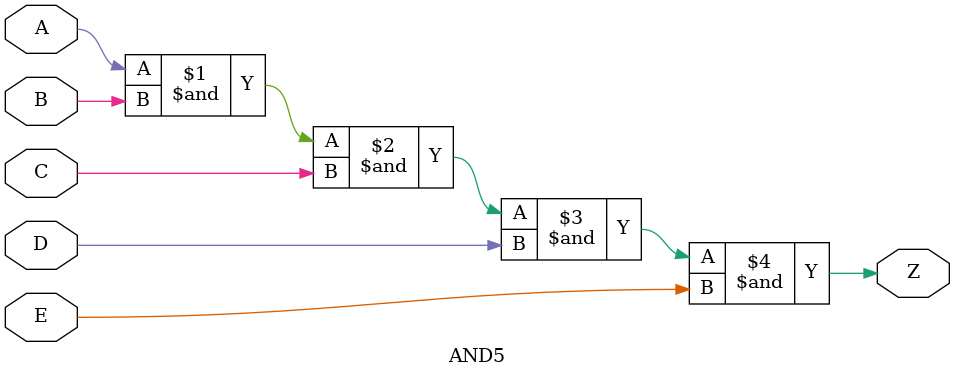
<source format=v>
`resetall
`timescale 1 ns / 100 ps

`celldefine

module  AND5  (A, B, C, D, E, Z);
  input A, B, C, D, E ;
  output Z;

  and (Z, A, B, C, D, E);


endmodule 

`endcelldefine

</source>
